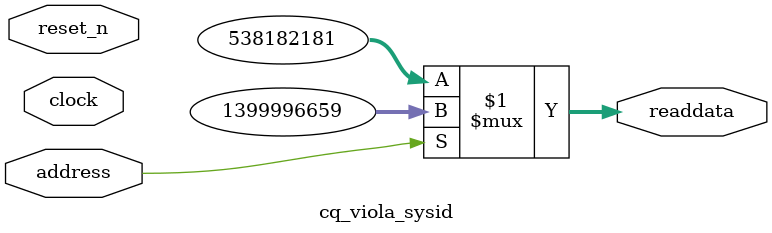
<source format=v>

`timescale 1ns / 1ps
// synthesis translate_on

// turn off superfluous verilog processor warnings 
// altera message_level Level1 
// altera message_off 10034 10035 10036 10037 10230 10240 10030 

module cq_viola_sysid (
               // inputs:
                address,
                clock,
                reset_n,

               // outputs:
                readdata
             )
;

  output  [ 31: 0] readdata;
  input            address;
  input            clock;
  input            reset_n;

  wire    [ 31: 0] readdata;
  //control_slave, which is an e_avalon_slave
  assign readdata = address ? 1399996659 : 538182181;

endmodule




</source>
